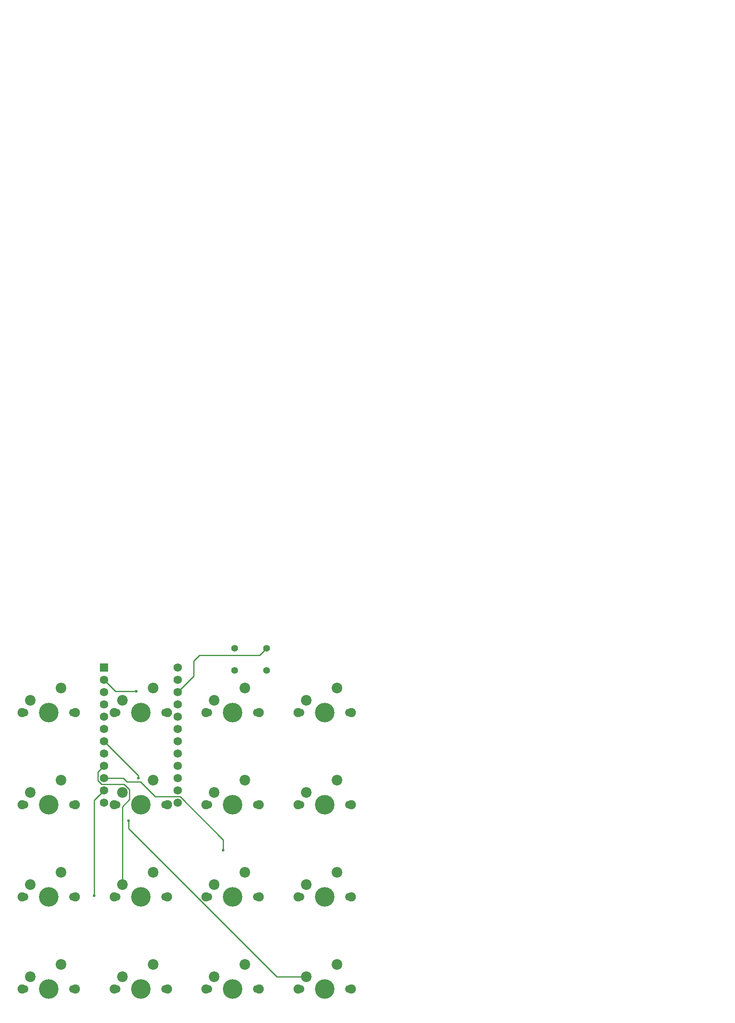
<source format=gbr>
%TF.GenerationSoftware,Altium Limited,Altium Designer,20.1.12 (249)*%
G04 Layer_Physical_Order=1*
G04 Layer_Color=255*
%FSLAX26Y26*%
%MOIN*%
%TF.SameCoordinates,D75832AC-A100-412D-90FB-EBA7F01B91C8*%
%TF.FilePolarity,Positive*%
%TF.FileFunction,Copper,L1,Top,Signal*%
%TF.Part,Single*%
G01*
G75*
%TA.AperFunction,Conductor*%
%ADD10C,0.010000*%
%TA.AperFunction,ComponentPad*%
%ADD11C,0.159449*%
%ADD12C,0.074803*%
%ADD13C,0.066929*%
%ADD14C,0.086614*%
%ADD15C,0.069016*%
%ADD16R,0.069016X0.069016*%
%ADD17C,0.055118*%
%TA.AperFunction,ViaPad*%
%ADD18C,0.023622*%
G36*
X5782598Y8184882D02*
D01*
D02*
G37*
D10*
X1517716Y2879134D02*
Y3002016D01*
X2055943Y3050038D02*
X2112598Y3106693D01*
X1565738Y3050038D02*
X2055943D01*
X1517716Y3002016D02*
X1565738Y3050038D01*
X1387795Y2749213D02*
X1517716Y2879134D01*
X1068898Y2048228D02*
Y2068110D01*
X787795Y2349213D02*
X1068898Y2068110D01*
X976332Y2018701D02*
X1086614D01*
X945821Y2049213D02*
X976332Y2018701D01*
X1086614D02*
X1205610Y1899705D01*
X995689Y1874433D02*
Y1956317D01*
X937382Y1816126D02*
X995689Y1874433D01*
X937382Y1182953D02*
Y1816126D01*
X768273Y1998720D02*
X953285D01*
X995689Y1956317D01*
X1205610Y1899705D02*
X1407318D01*
X787795Y2049213D02*
X945821D01*
X738287Y2028706D02*
X768273Y1998720D01*
X989173Y1639742D02*
Y1700787D01*
Y1639742D02*
X2195175Y433740D01*
X2435807D01*
X708661Y1870079D02*
X787795Y1949213D01*
X708661Y1091535D02*
Y1870079D01*
X738287Y2099705D02*
X787795Y2149213D01*
X738287Y2028706D02*
Y2099705D01*
X1759842Y1461614D02*
Y1547180D01*
X1407318Y1899705D02*
X1759842Y1547180D01*
X787795Y2849213D02*
X881102Y2755905D01*
X1053150D01*
D11*
X1087382Y1832165D02*
D03*
X1836594Y2581378D02*
D03*
X1087389Y2581381D02*
D03*
X338169Y333740D02*
D03*
X1087382D02*
D03*
X1836594Y333740D02*
D03*
X2585807D02*
D03*
X1836605Y1082953D02*
D03*
X338169D02*
D03*
X1087382D02*
D03*
X2585807Y1082953D02*
D03*
X338169Y1832165D02*
D03*
X1836605D02*
D03*
X2585807Y1832165D02*
D03*
X338176Y2581381D02*
D03*
X2585807Y2581378D02*
D03*
D12*
X1303917Y1832165D02*
D03*
X870846D02*
D03*
X2053130Y2581378D02*
D03*
X1620059D02*
D03*
X1303925Y2581381D02*
D03*
X870854D02*
D03*
X554705Y333740D02*
D03*
X121634D02*
D03*
X1303917D02*
D03*
X870846D02*
D03*
X2053130Y333740D02*
D03*
X1620059D02*
D03*
X2802343D02*
D03*
X2369272D02*
D03*
X2053140Y1082953D02*
D03*
X1620070D02*
D03*
X554705D02*
D03*
X121634D02*
D03*
X1303918D02*
D03*
X870846D02*
D03*
X2802343Y1082953D02*
D03*
X2369272D02*
D03*
X554705Y1832165D02*
D03*
X121634D02*
D03*
X2053140D02*
D03*
X1620069D02*
D03*
X2802343Y1832165D02*
D03*
X2369272D02*
D03*
X554712Y2581381D02*
D03*
X121641D02*
D03*
X2802343Y2581378D02*
D03*
X2369272D02*
D03*
D13*
X1287382Y1832165D02*
D03*
X887382D02*
D03*
X2036594Y2581378D02*
D03*
X1636594D02*
D03*
X1287389Y2581381D02*
D03*
X887389D02*
D03*
X538169Y333740D02*
D03*
X138169D02*
D03*
X1287382D02*
D03*
X887382D02*
D03*
X2036594Y333740D02*
D03*
X1636594D02*
D03*
X2785807D02*
D03*
X2385807D02*
D03*
X2036605Y1082953D02*
D03*
X1636605D02*
D03*
X538169D02*
D03*
X138169D02*
D03*
X1287382D02*
D03*
X887382D02*
D03*
X2785807Y1082953D02*
D03*
X2385807D02*
D03*
X538169Y1832165D02*
D03*
X138169D02*
D03*
X2036605D02*
D03*
X1636605D02*
D03*
X2785807Y1832165D02*
D03*
X2385807D02*
D03*
X538176Y2581381D02*
D03*
X138176D02*
D03*
X2785807Y2581378D02*
D03*
X2385807D02*
D03*
D14*
X1187382Y2032165D02*
D03*
X937382Y1932165D02*
D03*
X1936594Y2781378D02*
D03*
X1686594Y2681378D02*
D03*
X1187389Y2781381D02*
D03*
X937389Y2681381D02*
D03*
X438169Y533740D02*
D03*
X188169Y433740D02*
D03*
X1187382Y533740D02*
D03*
X937382Y433740D02*
D03*
X1936594Y533740D02*
D03*
X1686594Y433740D02*
D03*
X2685807Y533740D02*
D03*
X2435807Y433740D02*
D03*
X1936605Y1282953D02*
D03*
X1686605Y1182953D02*
D03*
X438169Y1282953D02*
D03*
X188169Y1182953D02*
D03*
X1187382Y1282953D02*
D03*
X937382Y1182953D02*
D03*
X2685807Y1282953D02*
D03*
X2435807Y1182953D02*
D03*
X438169Y2032165D02*
D03*
X188169Y1932165D02*
D03*
X1936605Y2032165D02*
D03*
X1686605Y1932165D02*
D03*
X2685807Y2032165D02*
D03*
X2435807Y1932165D02*
D03*
X438176Y2781381D02*
D03*
X188176Y2681381D02*
D03*
X2685807Y2781378D02*
D03*
X2435807Y2681378D02*
D03*
D15*
X787795Y2249213D02*
D03*
Y2849213D02*
D03*
Y2649213D02*
D03*
Y2449213D02*
D03*
Y2549213D02*
D03*
Y2049213D02*
D03*
Y2149213D02*
D03*
Y1849213D02*
D03*
Y2749213D02*
D03*
Y2349213D02*
D03*
Y1949213D02*
D03*
X1387795Y2249213D02*
D03*
Y2949213D02*
D03*
Y2649213D02*
D03*
Y2849213D02*
D03*
Y2449213D02*
D03*
Y2549213D02*
D03*
Y2049213D02*
D03*
Y2149213D02*
D03*
Y1849213D02*
D03*
Y2349213D02*
D03*
Y1949213D02*
D03*
Y2749213D02*
D03*
D16*
X787795Y2949213D02*
D03*
D17*
X2112598Y3106693D02*
D03*
Y2925591D02*
D03*
X1852756Y3106693D02*
D03*
Y2925591D02*
D03*
D18*
X1068898Y2048228D02*
D03*
X989173Y1700787D02*
D03*
X708661Y1091535D02*
D03*
X1759842Y1461614D02*
D03*
X1053150Y2755905D02*
D03*
%TF.MD5,c94ea0d12c746c26b4190a4fac4b432e*%
M02*

</source>
